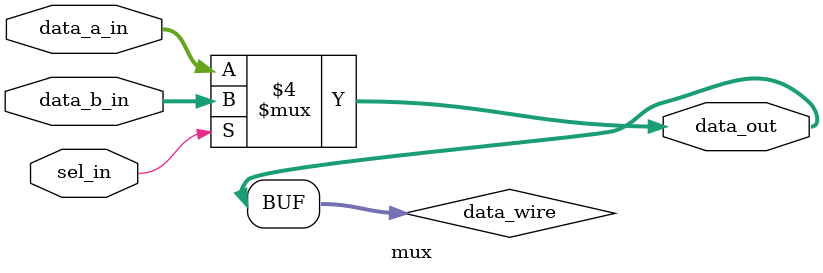
<source format=v>



module mux (
  sel_in,
  data_a_in,
  data_b_in,
  data_out
);

// Parameter definition
parameter DATA_WIDTH = 4;

// Input and output definition
input sel_in;
input [DATA_WIDTH-1:0] data_a_in;
input [DATA_WIDTH-1:0] data_b_in;
output [DATA_WIDTH-1:0] data_out;

wire [DATA_WIDTH-1:0] data_wire;

// Combinational logic
always @ ( * ) begin
  if (sel_in == 1'b0)
    data_wire = data_a_in;
  else
    data_wire = data_b_in;
end

assign data_out = data_wire;

endmodule

</source>
